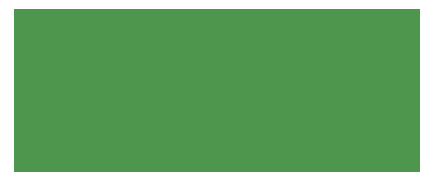
<source format=gbl>
G04 ===== Begin FILE IDENTIFICATION =====*
G04 File Format:  Gerber RS274X*
G04 ===== End FILE IDENTIFICATION =====*
%FSLAX24Y24*%
%MOIN*%
%SFA1.0000B1.0000*%
%OFA0.0B0.0*%
%ADD14C,0.027559*%
%LNcond2*%
%IPPOS*%
%LPD*%
G75*
D14*
X2047Y5354D03*
Y6102D03*
Y4803D03*
X2756Y6102D03*
X3465Y6142D03*
X4213D03*
X4961D03*
X5787D03*
X6654D03*
X7402D03*
X8189D03*
X9055D03*
X9764D03*
X10591D03*
X10984Y5630D03*
Y5000D03*
Y3110D03*
Y2441D03*
X10827Y1496D03*
X9921Y1457D03*
X10315D03*
X9528D03*
X7520Y2520D03*
X7953D03*
X7126D03*
X2638Y1772D03*
X3031D03*
X2244D03*
X3937Y1929D03*
X4370D03*
X3465D03*
X3189Y2362D03*
X2047Y3228D03*
Y2520D03*
Y1299D03*
X2598D03*
X3228D03*
X3976D03*
X4685D03*
X5551D03*
X6339D03*
X7165D03*
X7992D03*
X8858D03*
X2598Y4685D03*
X3228D03*
X3898Y4567D03*
X4488D03*
X4213Y5079D03*
Y5591D03*
X9764Y5512D03*
Y4803D03*
X10394Y4764D03*
X8189Y2992D03*
X8268Y3425D03*
X8661Y3937D03*
X9094Y3622D03*
X9409Y3189D03*
Y2362D03*
X10433Y3307D03*
X10354Y2638D03*
X10394Y2008D03*
X4606Y2402D03*
X5000Y2795D03*
X5354Y3425D03*
X5984Y3543D03*
X6496Y3150D03*
X12795Y1614D03*
X12126D03*
X11496Y1575D03*
X1457Y6142D03*
X827D03*
X157D03*
X1378Y1614D03*
X787Y1654D03*
X157Y1614D03*
X11260Y6142D03*
X12126Y6181D03*
X12874Y6142D03*
G36*
G01X-197Y984D02*
G01X13307D01*
G01Y6417D01*
G01X-197D01*
G01Y984D01*
G37*
M02*


</source>
